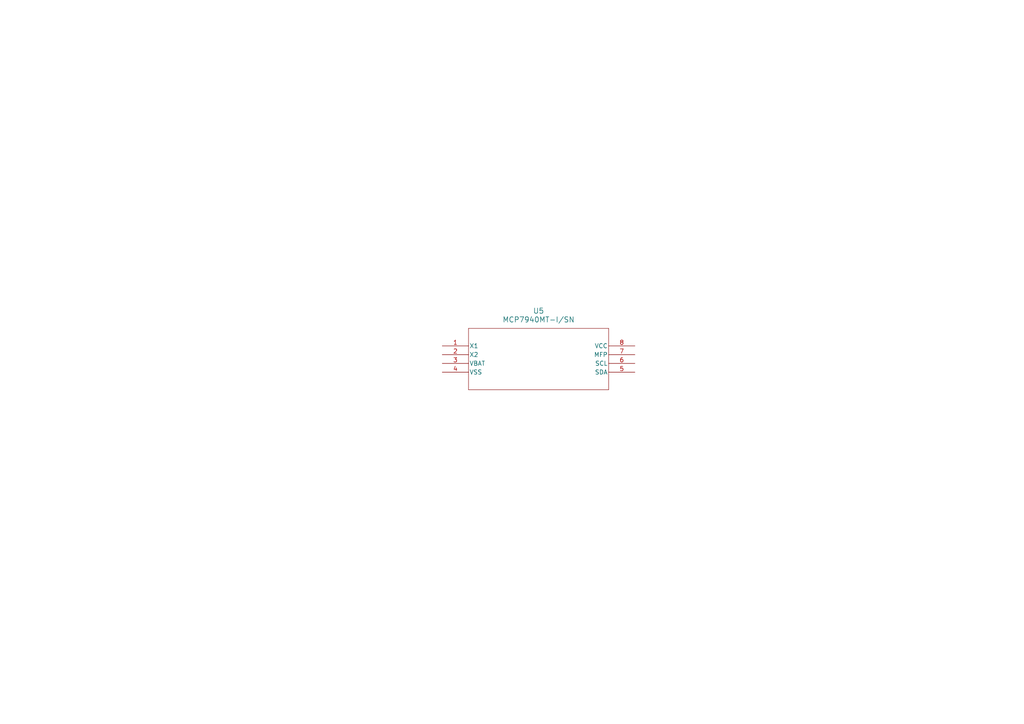
<source format=kicad_sch>
(kicad_sch (version 20231120) (generator "eeschema") (generator_version "8.0")
  (paper "A4")
  (title_block (title "RTC"))
  (lib_symbols
    (symbol "pc_mainboard:MCP7940MT-I_SN" (pin_names (offset 0.254))
      (property "Reference" "U" (at 27.94 10.16 0))
      (property "Value" "MCP7940MT-I/SN" (at 27.94 7.62 0))
      (symbol "MCP7940MT-I_SN_0_1"
        (polyline (pts (xy 7.62 -12.7) (xy 48.26 -12.7)) (stroke (width 0.127)))
        (polyline (pts (xy 7.62 5.08) (xy 7.62 -12.7)) (stroke (width 0.127)))
        (polyline (pts (xy 48.26 -12.7) (xy 48.26 5.08)) (stroke (width 0.127)))
        (polyline (pts (xy 48.26 5.08) (xy 7.62 5.08)) (stroke (width 0.127)))
        (pin input line (at 0 0 0) (length 7.62) (name "X1") (number "1"))
        (pin output line (at 0 -2.54 0) (length 7.62) (name "X2") (number "2"))
        (pin power_in line (at 0 -5.08 0) (length 7.62) (name "VBAT") (number "3"))
        (pin power_in line (at 0 -7.62 0) (length 7.62) (name "VSS") (number "4"))
        (pin bidirectional line (at 55.88 -7.62 180) (length 7.62) (name "SDA") (number "5"))
        (pin unspecified line (at 55.88 -5.08 180) (length 7.62) (name "SCL") (number "6"))
        (pin unspecified line (at 55.88 -2.54 180) (length 7.62) (name "MFP") (number "7"))
        (pin power_in line (at 55.88 0 180) (length 7.62) (name "VCC") (number "8"))
      )
    )
  )
  (symbol (lib_id "pc_mainboard:MCP7940MT-I_SN") (at 128.27 100.33 0) (unit 1)
    (property "Reference" "U5" (at 156.21 90.17 0) (effects (font (size 1.524 1.524))))
    (property "Value" "MCP7940MT-I/SN" (at 156.21 92.71 0) (effects (font (size 1.524 1.524))))
    (property "Footprint" "SOIC8-N_MC_MCH" (effects (hide yes)))
    (property "Datasheet" "MCP7940MT-I/SN" (effects (hide yes)))
  )
)
</source>
